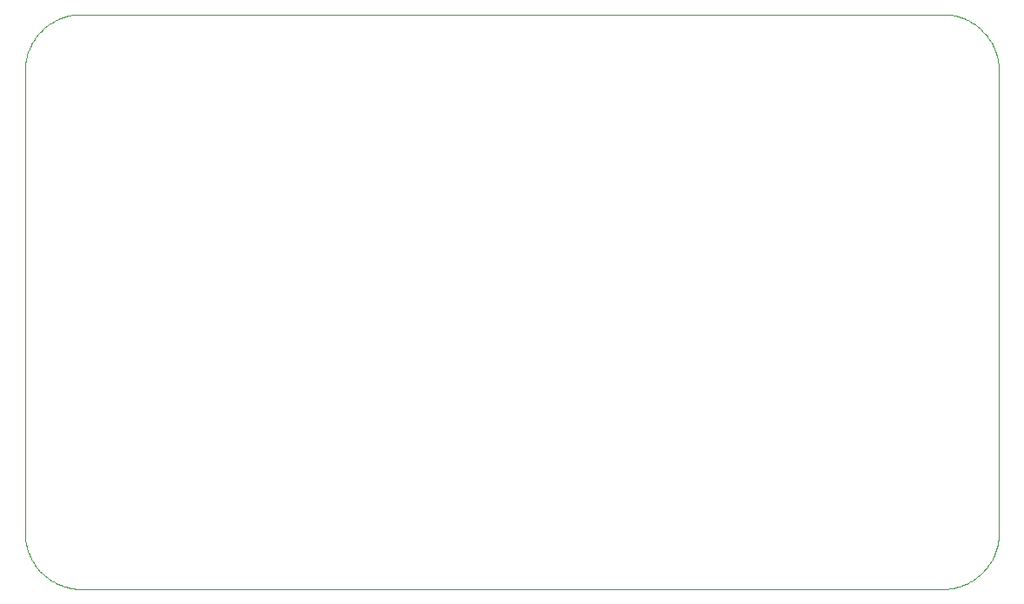
<source format=gbr>
%TF.GenerationSoftware,KiCad,Pcbnew,5.1.8-1.fc33*%
%TF.CreationDate,2020-11-22T11:34:43-03:00*%
%TF.ProjectId,badge_natal,62616467-655f-46e6-9174-616c2e6b6963,rev?*%
%TF.SameCoordinates,Original*%
%TF.FileFunction,Profile,NP*%
%FSLAX46Y46*%
G04 Gerber Fmt 4.6, Leading zero omitted, Abs format (unit mm)*
G04 Created by KiCad (PCBNEW 5.1.8-1.fc33) date 2020-11-22 11:34:43*
%MOMM*%
%LPD*%
G01*
G04 APERTURE LIST*
%TA.AperFunction,Profile*%
%ADD10C,0.100000*%
%TD*%
G04 APERTURE END LIST*
D10*
X97906833Y-133604000D02*
X97811713Y-133506490D01*
X97811713Y-133506490D02*
X97719257Y-133406890D01*
X97719257Y-133406890D02*
X97629490Y-133305254D01*
X97629490Y-133305254D02*
X97542434Y-133201640D01*
X97542434Y-133201640D02*
X97458112Y-133096102D01*
X97458112Y-133096102D02*
X97376549Y-132988698D01*
X97376549Y-132988698D02*
X97297766Y-132879483D01*
X97297766Y-132879483D02*
X97221788Y-132768514D01*
X97221788Y-132768514D02*
X97148637Y-132655847D01*
X97148637Y-132655847D02*
X97078337Y-132541538D01*
X97078337Y-132541538D02*
X97010912Y-132425644D01*
X97010912Y-132425644D02*
X96946384Y-132308220D01*
X96946384Y-132308220D02*
X96884777Y-132189323D01*
X96884777Y-132189323D02*
X96826113Y-132069009D01*
X96826113Y-132069009D02*
X96770417Y-131947334D01*
X96770417Y-131947334D02*
X96717712Y-131824355D01*
X96717712Y-131824355D02*
X96668021Y-131700127D01*
X96668021Y-131700127D02*
X96621367Y-131574707D01*
X96621367Y-131574707D02*
X96577773Y-131448151D01*
X96577773Y-131448151D02*
X96537263Y-131320515D01*
X96537263Y-131320515D02*
X96499860Y-131191856D01*
X96499860Y-131191856D02*
X96465587Y-131062229D01*
X96465587Y-131062229D02*
X96434468Y-130931691D01*
X96434468Y-130931691D02*
X96406526Y-130800298D01*
X96406526Y-130800298D02*
X96381784Y-130668107D01*
X96381784Y-130668107D02*
X96360265Y-130535172D01*
X96360265Y-130535172D02*
X96341993Y-130401552D01*
X96341993Y-130401552D02*
X96326991Y-130267301D01*
X96326991Y-130267301D02*
X96315282Y-130132476D01*
X96315282Y-130132476D02*
X96306890Y-129997134D01*
X96306890Y-129997134D02*
X96301838Y-129861330D01*
X96301838Y-129861330D02*
X96300149Y-129725121D01*
X101785712Y-135210684D02*
X101649502Y-135208994D01*
X101649502Y-135208994D02*
X101513698Y-135203942D01*
X101513698Y-135203942D02*
X101378356Y-135195550D01*
X101378356Y-135195550D02*
X101243531Y-135183841D01*
X101243531Y-135183841D02*
X101109280Y-135168839D01*
X101109280Y-135168839D02*
X100975660Y-135150567D01*
X100975660Y-135150567D02*
X100842725Y-135129048D01*
X100842725Y-135129048D02*
X100710534Y-135104306D01*
X100710534Y-135104306D02*
X100579141Y-135076364D01*
X100579141Y-135076364D02*
X100448603Y-135045245D01*
X100448603Y-135045245D02*
X100318976Y-135010972D01*
X100318976Y-135010972D02*
X100190317Y-134973569D01*
X100190317Y-134973569D02*
X100062681Y-134933059D01*
X100062681Y-134933059D02*
X99936125Y-134889466D01*
X99936125Y-134889466D02*
X99810705Y-134842811D01*
X99810705Y-134842811D02*
X99686477Y-134793120D01*
X99686477Y-134793120D02*
X99563498Y-134740415D01*
X99563498Y-134740415D02*
X99441823Y-134684719D01*
X99441823Y-134684719D02*
X99321509Y-134626056D01*
X99321509Y-134626056D02*
X99202612Y-134564449D01*
X99202612Y-134564449D02*
X99085188Y-134499921D01*
X99085188Y-134499921D02*
X98969294Y-134432495D01*
X98969294Y-134432495D02*
X98854985Y-134362195D01*
X98854985Y-134362195D02*
X98742318Y-134289045D01*
X98742318Y-134289045D02*
X98631349Y-134213067D01*
X98631349Y-134213067D02*
X98522135Y-134134284D01*
X98522135Y-134134284D02*
X98414730Y-134052720D01*
X98414730Y-134052720D02*
X98309193Y-133968398D01*
X98309193Y-133968398D02*
X98205578Y-133881342D01*
X98205578Y-133881342D02*
X98103942Y-133791575D01*
X98103942Y-133791575D02*
X98004342Y-133699120D01*
X98004342Y-133699120D02*
X97906833Y-133604000D01*
X191090684Y-129725121D02*
X191088994Y-129861330D01*
X191088994Y-129861330D02*
X191083942Y-129997134D01*
X191083942Y-129997134D02*
X191075550Y-130132476D01*
X191075550Y-130132476D02*
X191063841Y-130267301D01*
X191063841Y-130267301D02*
X191048839Y-130401552D01*
X191048839Y-130401552D02*
X191030567Y-130535172D01*
X191030567Y-130535172D02*
X191009048Y-130668107D01*
X191009048Y-130668107D02*
X190984306Y-130800298D01*
X190984306Y-130800298D02*
X190956364Y-130931691D01*
X190956364Y-130931691D02*
X190925245Y-131062229D01*
X190925245Y-131062229D02*
X190890972Y-131191856D01*
X190890972Y-131191856D02*
X190853569Y-131320515D01*
X190853569Y-131320515D02*
X190813059Y-131448151D01*
X190813059Y-131448151D02*
X190769466Y-131574707D01*
X190769466Y-131574707D02*
X190722811Y-131700127D01*
X190722811Y-131700127D02*
X190673120Y-131824355D01*
X190673120Y-131824355D02*
X190620415Y-131947334D01*
X190620415Y-131947334D02*
X190564719Y-132069009D01*
X190564719Y-132069009D02*
X190506056Y-132189323D01*
X190506056Y-132189323D02*
X190444449Y-132308220D01*
X190444449Y-132308220D02*
X190379921Y-132425644D01*
X190379921Y-132425644D02*
X190312495Y-132541538D01*
X190312495Y-132541538D02*
X190242195Y-132655847D01*
X190242195Y-132655847D02*
X190169045Y-132768514D01*
X190169045Y-132768514D02*
X190093067Y-132879483D01*
X190093067Y-132879483D02*
X190014284Y-132988698D01*
X190014284Y-132988698D02*
X189932720Y-133096102D01*
X189932720Y-133096102D02*
X189848398Y-133201640D01*
X189848398Y-133201640D02*
X189761342Y-133305254D01*
X189761342Y-133305254D02*
X189671575Y-133406890D01*
X189671575Y-133406890D02*
X189579120Y-133506490D01*
X189579120Y-133506490D02*
X189484000Y-133604000D01*
X96300149Y-84705719D02*
X96301838Y-84569509D01*
X96301838Y-84569509D02*
X96306890Y-84433705D01*
X96306890Y-84433705D02*
X96315282Y-84298363D01*
X96315282Y-84298363D02*
X96326991Y-84163538D01*
X96326991Y-84163538D02*
X96341993Y-84029287D01*
X96341993Y-84029287D02*
X96360265Y-83895667D01*
X96360265Y-83895667D02*
X96381784Y-83762732D01*
X96381784Y-83762732D02*
X96406526Y-83630541D01*
X96406526Y-83630541D02*
X96434468Y-83499148D01*
X96434468Y-83499148D02*
X96465587Y-83368610D01*
X96465587Y-83368610D02*
X96499860Y-83238983D01*
X96499860Y-83238983D02*
X96537263Y-83110324D01*
X96537263Y-83110324D02*
X96577773Y-82982688D01*
X96577773Y-82982688D02*
X96621367Y-82856132D01*
X96621367Y-82856132D02*
X96668021Y-82730712D01*
X96668021Y-82730712D02*
X96717712Y-82606484D01*
X96717712Y-82606484D02*
X96770417Y-82483505D01*
X96770417Y-82483505D02*
X96826113Y-82361830D01*
X96826113Y-82361830D02*
X96884777Y-82241516D01*
X96884777Y-82241516D02*
X96946384Y-82122619D01*
X96946384Y-82122619D02*
X97010912Y-82005195D01*
X97010912Y-82005195D02*
X97078337Y-81889301D01*
X97078337Y-81889301D02*
X97148637Y-81774992D01*
X97148637Y-81774992D02*
X97221788Y-81662325D01*
X97221788Y-81662325D02*
X97297766Y-81551356D01*
X97297766Y-81551356D02*
X97376549Y-81442142D01*
X97376549Y-81442142D02*
X97458112Y-81334737D01*
X97458112Y-81334737D02*
X97542434Y-81229200D01*
X97542434Y-81229200D02*
X97629490Y-81125585D01*
X97629490Y-81125585D02*
X97719257Y-81023949D01*
X97719257Y-81023949D02*
X97811713Y-80924349D01*
X97811713Y-80924349D02*
X97906833Y-80826840D01*
X101785712Y-79220156D02*
X185605121Y-79220156D01*
X189484000Y-80826840D02*
X189579120Y-80924349D01*
X189579120Y-80924349D02*
X189671575Y-81023949D01*
X189671575Y-81023949D02*
X189761342Y-81125585D01*
X189761342Y-81125585D02*
X189848398Y-81229200D01*
X189848398Y-81229200D02*
X189932720Y-81334737D01*
X189932720Y-81334737D02*
X190014284Y-81442142D01*
X190014284Y-81442142D02*
X190093067Y-81551356D01*
X190093067Y-81551356D02*
X190169045Y-81662325D01*
X190169045Y-81662325D02*
X190242195Y-81774992D01*
X190242195Y-81774992D02*
X190312495Y-81889301D01*
X190312495Y-81889301D02*
X190379921Y-82005195D01*
X190379921Y-82005195D02*
X190444449Y-82122619D01*
X190444449Y-82122619D02*
X190506056Y-82241516D01*
X190506056Y-82241516D02*
X190564719Y-82361830D01*
X190564719Y-82361830D02*
X190620415Y-82483505D01*
X190620415Y-82483505D02*
X190673120Y-82606484D01*
X190673120Y-82606484D02*
X190722811Y-82730712D01*
X190722811Y-82730712D02*
X190769466Y-82856132D01*
X190769466Y-82856132D02*
X190813059Y-82982688D01*
X190813059Y-82982688D02*
X190853569Y-83110324D01*
X190853569Y-83110324D02*
X190890972Y-83238983D01*
X190890972Y-83238983D02*
X190925245Y-83368610D01*
X190925245Y-83368610D02*
X190956364Y-83499148D01*
X190956364Y-83499148D02*
X190984306Y-83630541D01*
X190984306Y-83630541D02*
X191009048Y-83762732D01*
X191009048Y-83762732D02*
X191030567Y-83895667D01*
X191030567Y-83895667D02*
X191048839Y-84029287D01*
X191048839Y-84029287D02*
X191063841Y-84163538D01*
X191063841Y-84163538D02*
X191075550Y-84298363D01*
X191075550Y-84298363D02*
X191083942Y-84433705D01*
X191083942Y-84433705D02*
X191088994Y-84569509D01*
X191088994Y-84569509D02*
X191090684Y-84705719D01*
X185605121Y-135210684D02*
X101785712Y-135210684D01*
X191090684Y-84705719D02*
X191090684Y-129725121D01*
X97906833Y-80826840D02*
X98004342Y-80731720D01*
X98004342Y-80731720D02*
X98103942Y-80639264D01*
X98103942Y-80639264D02*
X98205578Y-80549497D01*
X98205578Y-80549497D02*
X98309193Y-80462441D01*
X98309193Y-80462441D02*
X98414730Y-80378119D01*
X98414730Y-80378119D02*
X98522135Y-80296556D01*
X98522135Y-80296556D02*
X98631349Y-80217773D01*
X98631349Y-80217773D02*
X98742318Y-80141795D01*
X98742318Y-80141795D02*
X98854985Y-80068644D01*
X98854985Y-80068644D02*
X98969294Y-79998344D01*
X98969294Y-79998344D02*
X99085188Y-79930919D01*
X99085188Y-79930919D02*
X99202612Y-79866391D01*
X99202612Y-79866391D02*
X99321509Y-79804784D01*
X99321509Y-79804784D02*
X99441823Y-79746120D01*
X99441823Y-79746120D02*
X99563498Y-79690424D01*
X99563498Y-79690424D02*
X99686477Y-79637719D01*
X99686477Y-79637719D02*
X99810705Y-79588028D01*
X99810705Y-79588028D02*
X99936125Y-79541374D01*
X99936125Y-79541374D02*
X100062681Y-79497780D01*
X100062681Y-79497780D02*
X100190317Y-79457270D01*
X100190317Y-79457270D02*
X100318976Y-79419867D01*
X100318976Y-79419867D02*
X100448603Y-79385594D01*
X100448603Y-79385594D02*
X100579141Y-79354475D01*
X100579141Y-79354475D02*
X100710534Y-79326533D01*
X100710534Y-79326533D02*
X100842725Y-79301791D01*
X100842725Y-79301791D02*
X100975660Y-79280272D01*
X100975660Y-79280272D02*
X101109280Y-79262000D01*
X101109280Y-79262000D02*
X101243531Y-79246998D01*
X101243531Y-79246998D02*
X101378356Y-79235289D01*
X101378356Y-79235289D02*
X101513698Y-79226897D01*
X101513698Y-79226897D02*
X101649502Y-79221845D01*
X101649502Y-79221845D02*
X101785712Y-79220156D01*
X101785712Y-79220156D02*
X101785712Y-79220156D01*
X185605121Y-79220156D02*
X185741330Y-79221845D01*
X185741330Y-79221845D02*
X185877134Y-79226897D01*
X185877134Y-79226897D02*
X186012476Y-79235289D01*
X186012476Y-79235289D02*
X186147301Y-79246998D01*
X186147301Y-79246998D02*
X186281552Y-79262000D01*
X186281552Y-79262000D02*
X186415172Y-79280272D01*
X186415172Y-79280272D02*
X186548107Y-79301791D01*
X186548107Y-79301791D02*
X186680298Y-79326533D01*
X186680298Y-79326533D02*
X186811691Y-79354475D01*
X186811691Y-79354475D02*
X186942229Y-79385594D01*
X186942229Y-79385594D02*
X187071856Y-79419867D01*
X187071856Y-79419867D02*
X187200515Y-79457270D01*
X187200515Y-79457270D02*
X187328151Y-79497780D01*
X187328151Y-79497780D02*
X187454707Y-79541374D01*
X187454707Y-79541374D02*
X187580127Y-79588028D01*
X187580127Y-79588028D02*
X187704355Y-79637719D01*
X187704355Y-79637719D02*
X187827334Y-79690424D01*
X187827334Y-79690424D02*
X187949009Y-79746120D01*
X187949009Y-79746120D02*
X188069323Y-79804784D01*
X188069323Y-79804784D02*
X188188220Y-79866391D01*
X188188220Y-79866391D02*
X188305644Y-79930919D01*
X188305644Y-79930919D02*
X188421538Y-79998344D01*
X188421538Y-79998344D02*
X188535847Y-80068644D01*
X188535847Y-80068644D02*
X188648514Y-80141795D01*
X188648514Y-80141795D02*
X188759483Y-80217773D01*
X188759483Y-80217773D02*
X188868698Y-80296556D01*
X188868698Y-80296556D02*
X188976102Y-80378119D01*
X188976102Y-80378119D02*
X189081640Y-80462441D01*
X189081640Y-80462441D02*
X189185254Y-80549497D01*
X189185254Y-80549497D02*
X189286890Y-80639264D01*
X189286890Y-80639264D02*
X189386490Y-80731720D01*
X189386490Y-80731720D02*
X189484000Y-80826840D01*
X96300149Y-129725121D02*
X96300149Y-84705719D01*
X189484000Y-133604000D02*
X189386490Y-133699120D01*
X189386490Y-133699120D02*
X189286890Y-133791575D01*
X189286890Y-133791575D02*
X189185254Y-133881342D01*
X189185254Y-133881342D02*
X189081640Y-133968398D01*
X189081640Y-133968398D02*
X188976102Y-134052720D01*
X188976102Y-134052720D02*
X188868698Y-134134284D01*
X188868698Y-134134284D02*
X188759483Y-134213067D01*
X188759483Y-134213067D02*
X188648514Y-134289045D01*
X188648514Y-134289045D02*
X188535847Y-134362195D01*
X188535847Y-134362195D02*
X188421538Y-134432495D01*
X188421538Y-134432495D02*
X188305644Y-134499921D01*
X188305644Y-134499921D02*
X188188220Y-134564449D01*
X188188220Y-134564449D02*
X188069323Y-134626056D01*
X188069323Y-134626056D02*
X187949009Y-134684719D01*
X187949009Y-134684719D02*
X187827334Y-134740415D01*
X187827334Y-134740415D02*
X187704355Y-134793120D01*
X187704355Y-134793120D02*
X187580127Y-134842811D01*
X187580127Y-134842811D02*
X187454707Y-134889466D01*
X187454707Y-134889466D02*
X187328151Y-134933059D01*
X187328151Y-134933059D02*
X187200515Y-134973569D01*
X187200515Y-134973569D02*
X187071856Y-135010972D01*
X187071856Y-135010972D02*
X186942229Y-135045245D01*
X186942229Y-135045245D02*
X186811691Y-135076364D01*
X186811691Y-135076364D02*
X186680298Y-135104306D01*
X186680298Y-135104306D02*
X186548107Y-135129048D01*
X186548107Y-135129048D02*
X186415172Y-135150567D01*
X186415172Y-135150567D02*
X186281552Y-135168839D01*
X186281552Y-135168839D02*
X186147301Y-135183841D01*
X186147301Y-135183841D02*
X186012476Y-135195550D01*
X186012476Y-135195550D02*
X185877134Y-135203942D01*
X185877134Y-135203942D02*
X185741330Y-135208994D01*
X185741330Y-135208994D02*
X185605121Y-135210684D01*
M02*

</source>
